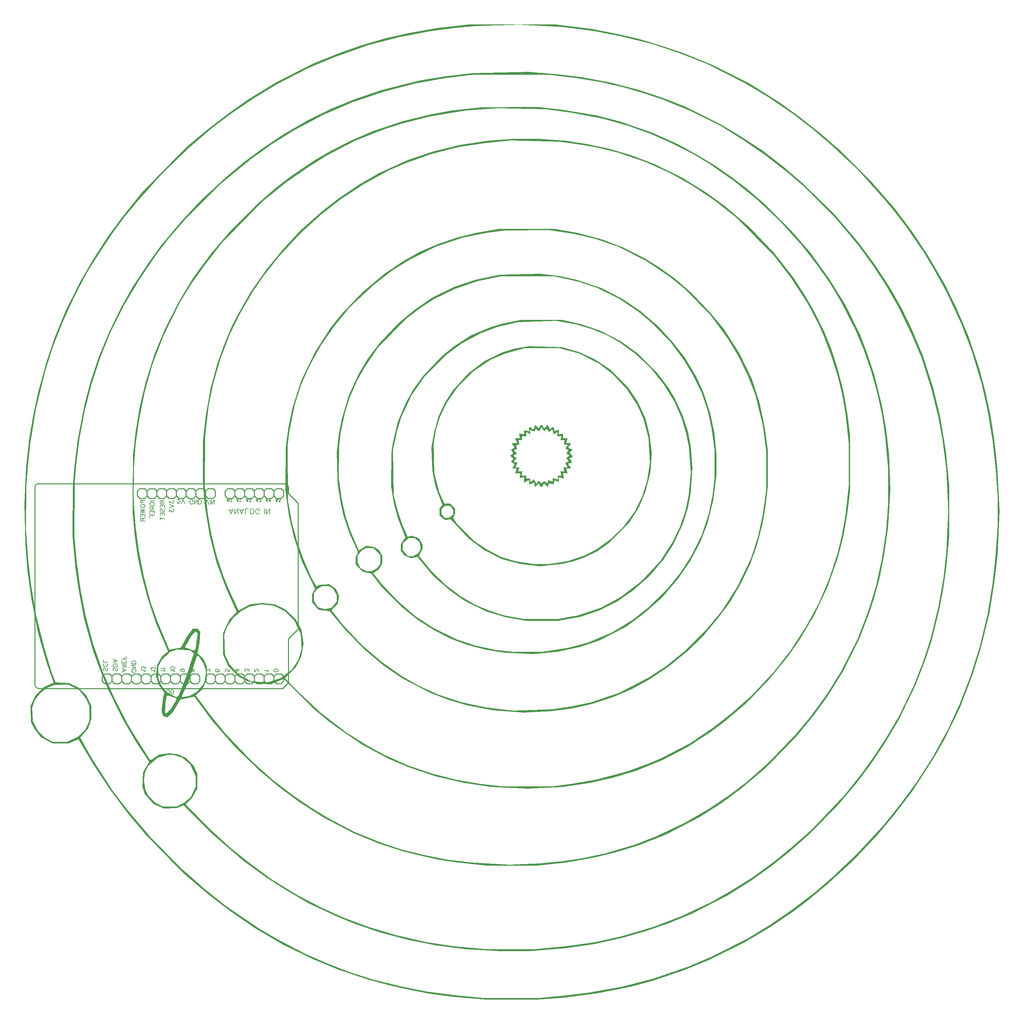
<source format=gbo>
G04 Layer: BottomSilkscreenLayer*
G04 EasyEDA v6.5.34, 2023-10-02 14:14:04*
G04 f8cec7c47a1a460abc9a27ceab174a81,9d3d63f08f7d425b882531a970cedf0e,10*
G04 Gerber Generator version 0.2*
G04 Scale: 100 percent, Rotated: No, Reflected: No *
G04 Dimensions in inches *
G04 leading zeros omitted , absolute positions ,3 integer and 6 decimal *
%FSLAX36Y36*%
%MOIN*%

%ADD10C,0.0060*%
%ADD11C,0.0100*%
%ADD12C,0.0100*%

%LPD*%
G36*
X4965700Y9138840D02*
G01*
X4642120Y9101040D01*
X4354340Y9051680D01*
X4116300Y8997700D01*
X3871380Y8927760D01*
X3651139Y8852320D01*
X3368020Y8739320D01*
X2983759Y8546840D01*
X2690500Y8366000D01*
X2498380Y8230420D01*
X2265800Y8050160D01*
X2063560Y7878640D01*
X1606980Y7412740D01*
X1415160Y7175019D01*
X1262840Y6968300D01*
X1113860Y6740920D01*
X975460Y6503200D01*
X826900Y6203440D01*
X716200Y5934260D01*
X621220Y5655640D01*
X543980Y5376580D01*
X491320Y5128520D01*
X452160Y4890780D01*
X417939Y4591040D01*
X402060Y4218960D01*
X407881Y3957040D01*
X420340Y3957040D01*
X423220Y4394660D01*
X439000Y4611720D01*
X462480Y4839100D01*
X521540Y5200860D01*
X614100Y5583300D01*
X693400Y5825940D01*
X792620Y6079420D01*
X903760Y6329820D01*
X1039659Y6584500D01*
X1120600Y6720240D01*
X1292600Y6978640D01*
X1429740Y7164680D01*
X1564180Y7330060D01*
X1810760Y7606540D01*
X2091980Y7875040D01*
X2326460Y8074340D01*
X2518600Y8221480D01*
X2761280Y8386360D01*
X2991620Y8525400D01*
X3307340Y8687360D01*
X3578159Y8803500D01*
X3924180Y8924400D01*
X4247760Y9008440D01*
X4561220Y9070200D01*
X4814040Y9102360D01*
X5036500Y9123460D01*
X5481440Y9136380D01*
X5916260Y9111800D01*
X6232840Y9071780D01*
X6512859Y9019360D01*
X6836600Y8938060D01*
X7099360Y8852460D01*
X7404000Y8730640D01*
X7786980Y8537500D01*
X8032800Y8391220D01*
X8282460Y8220599D01*
X8484700Y8065140D01*
X8676840Y7901960D01*
X8956100Y7640580D01*
X9225460Y7340400D01*
X9335200Y7206040D01*
X9447000Y7061319D01*
X9623660Y6803840D01*
X9736800Y6616880D01*
X9863560Y6385359D01*
X10009280Y6069080D01*
X10119120Y5781220D01*
X10217160Y5448900D01*
X10278540Y5180200D01*
X10329040Y4880460D01*
X10360180Y4611720D01*
X10380700Y4294820D01*
X10380700Y3999940D01*
X10359940Y3671160D01*
X10329300Y3402420D01*
X10278360Y3092340D01*
X10198780Y2758680D01*
X10105680Y2461840D01*
X9987960Y2162100D01*
X9874180Y1916900D01*
X9720420Y1634980D01*
X9548900Y1366240D01*
X9383160Y1138840D01*
X9216980Y932140D01*
X8949860Y642720D01*
X8686940Y390959D01*
X8492060Y227079D01*
X8262240Y51940D01*
X8049880Y-92860D01*
X7817300Y-233800D01*
X7463400Y-415040D01*
X7214220Y-521580D01*
X6856660Y-643379D01*
X6534440Y-726720D01*
X6199380Y-788319D01*
X5956680Y-819260D01*
X5683680Y-844100D01*
X5107280Y-843940D01*
X4834260Y-818900D01*
X4521620Y-777600D01*
X4257880Y-725380D01*
X3974720Y-653199D01*
X3742160Y-579560D01*
X3502320Y-488579D01*
X3287120Y-393180D01*
X3024200Y-259120D01*
X2811860Y-135120D01*
X2468040Y98840D01*
X2252660Y270820D01*
X1997880Y493960D01*
X1692040Y808100D01*
X1464780Y1076840D01*
X1309800Y1280240D01*
X1091640Y1614300D01*
X974539Y1825900D01*
X1055880Y1920360D01*
X1087740Y2015920D01*
X1087560Y2151780D01*
X1039860Y2255120D01*
X961360Y2335480D01*
X857520Y2384740D01*
X720840Y2391800D01*
X682640Y2492860D01*
X601080Y2761580D01*
X522660Y3082000D01*
X471320Y3381740D01*
X441380Y3640140D01*
X420340Y3957040D01*
X407881Y3957040D01*
X411019Y3815860D01*
X431719Y3547120D01*
X470720Y3259600D01*
X542940Y2897720D01*
X631500Y2585140D01*
X701220Y2388300D01*
X599520Y2340620D01*
X515360Y2254580D01*
X466140Y2151780D01*
X466295Y2131100D01*
X480680Y2131100D01*
X508980Y2208660D01*
X562520Y2280380D01*
X628740Y2332020D01*
X708560Y2366600D01*
X850699Y2368320D01*
X966180Y2310560D01*
X1036760Y2222520D01*
X1067520Y2147260D01*
X1067080Y1996740D01*
X1029400Y1911960D01*
X952980Y1833839D01*
X841760Y1781800D01*
X695460Y1783340D01*
X613040Y1826320D01*
X540400Y1891519D01*
X488160Y1996740D01*
X480680Y2131100D01*
X466295Y2131100D01*
X467360Y1986399D01*
X503760Y1914040D01*
X572140Y1827740D01*
X696620Y1764180D01*
X856480Y1764180D01*
X956900Y1808340D01*
X963139Y1800340D01*
X1101100Y1562620D01*
X1277040Y1293899D01*
X1465260Y1045819D01*
X1637660Y839100D01*
X2033220Y434780D01*
X2295560Y212420D01*
X2518600Y40820D01*
X2764300Y-126500D01*
X3054000Y-296380D01*
X3357900Y-445160D01*
X3614580Y-551060D01*
X3914060Y-652220D01*
X4146640Y-715620D01*
X4338780Y-759180D01*
X4561220Y-800320D01*
X4783700Y-830480D01*
X5136840Y-861160D01*
X5663440Y-861100D01*
X5936460Y-840340D01*
X6270160Y-797720D01*
X6624080Y-726340D01*
X6856660Y-663360D01*
X7170140Y-558860D01*
X7422940Y-456160D01*
X7786980Y-275940D01*
X8039760Y-123800D01*
X8280780Y39820D01*
X8434140Y155360D01*
X8636380Y322020D01*
X8899300Y562540D01*
X9141980Y818900D01*
X9316100Y1025160D01*
X9513100Y1283560D01*
X9740240Y1634980D01*
X9832140Y1800340D01*
X9994360Y2131720D01*
X10126040Y2472180D01*
X10209940Y2740920D01*
X10298640Y3106280D01*
X10349840Y3423080D01*
X10380460Y3702160D01*
X10402080Y4153560D01*
X10380239Y4591040D01*
X10350340Y4870120D01*
X10308200Y5128520D01*
X10259360Y5360760D01*
X10198000Y5593640D01*
X10084440Y5934720D01*
X9956680Y6239840D01*
X9835080Y6483620D01*
X9666280Y6773200D01*
X9501920Y7019980D01*
X9328520Y7247380D01*
X9076980Y7538420D01*
X8777840Y7836520D01*
X8575700Y8013740D01*
X8353240Y8189660D01*
X8145640Y8338960D01*
X7830740Y8533980D01*
X7453280Y8726500D01*
X7139800Y8852600D01*
X6950340Y8917060D01*
X6706720Y8989420D01*
X6492619Y9039700D01*
X6218099Y9091420D01*
X5845460Y9138140D01*
G37*
G36*
X5572440Y8650660D02*
G01*
X4996040Y8638680D01*
X4712920Y8605660D01*
X4470220Y8563960D01*
X4288200Y8523420D01*
X4055640Y8462260D01*
X3792720Y8371580D01*
X3552960Y8274220D01*
X3307340Y8155400D01*
X3064660Y8014520D01*
X2832080Y7860119D01*
X2650059Y7723140D01*
X2488280Y7589160D01*
X2201360Y7324059D01*
X2004920Y7113000D01*
X1799379Y6864940D01*
X1677620Y6699580D01*
X1515460Y6451500D01*
X1399600Y6246360D01*
X1270960Y5983940D01*
X1170080Y5738339D01*
X1080240Y5469600D01*
X1017520Y5242200D01*
X947280Y4880460D01*
X914640Y4611720D01*
X898500Y4394660D01*
X895720Y3908880D01*
X896961Y3894500D01*
X915840Y3894500D01*
X918640Y4446340D01*
X935180Y4642720D01*
X968080Y4901120D01*
X1018000Y5169860D01*
X1087700Y5441040D01*
X1175740Y5707320D01*
X1283460Y5974320D01*
X1422740Y6255119D01*
X1573899Y6513520D01*
X1760200Y6784360D01*
X1880360Y6937300D01*
X2066040Y7154360D01*
X2417600Y7505780D01*
X2720840Y7754360D01*
X2943320Y7911200D01*
X3165779Y8051280D01*
X3469120Y8212859D01*
X3762380Y8339700D01*
X4085960Y8450260D01*
X4409540Y8533400D01*
X4702800Y8585220D01*
X4996040Y8621900D01*
X5784800Y8622060D01*
X6078040Y8585320D01*
X6320740Y8544080D01*
X6553300Y8491740D01*
X6765640Y8429760D01*
X6927440Y8376340D01*
X7230820Y8253520D01*
X7534200Y8100960D01*
X7776860Y7953740D01*
X7989220Y7806940D01*
X8221799Y7626580D01*
X8403800Y7468620D01*
X8725460Y7144020D01*
X8950920Y6875280D01*
X9103060Y6668560D01*
X9229700Y6475480D01*
X9361720Y6244800D01*
X9499820Y5963160D01*
X9600740Y5717660D01*
X9703600Y5402519D01*
X9772620Y5118180D01*
X9815340Y4884900D01*
X9854260Y4579300D01*
X9876420Y4153540D01*
X9854840Y3722260D01*
X9824540Y3454100D01*
X9771960Y3154360D01*
X9694520Y2844280D01*
X9620400Y2616880D01*
X9520380Y2358480D01*
X9370760Y2048400D01*
X9232040Y1810680D01*
X9103140Y1614300D01*
X8981320Y1448920D01*
X8808280Y1231880D01*
X8474580Y883420D01*
X8278640Y707680D01*
X8092279Y555580D01*
X7867880Y392980D01*
X7655520Y257780D01*
X7446860Y138760D01*
X7141940Y-4620D01*
X6856660Y-114880D01*
X6530000Y-210260D01*
X6240520Y-272980D01*
X5976920Y-312540D01*
X5630500Y-344360D01*
X5147740Y-344260D01*
X4807120Y-313540D01*
X4520780Y-271180D01*
X4204440Y-199400D01*
X3924180Y-115640D01*
X3651139Y-11140D01*
X3448900Y81480D01*
X3216320Y202600D01*
X2943320Y370300D01*
X2710740Y537860D01*
X2519940Y692660D01*
X2286020Y904580D01*
X2055380Y1142380D01*
X2126460Y1211200D01*
X2174120Y1304220D01*
X2174800Y1459259D01*
X2135020Y1541260D01*
X2062880Y1614980D01*
X1986860Y1651860D01*
X1891660Y1666600D01*
X1784580Y1652620D01*
X1705020Y1598800D01*
X1689400Y1599199D01*
X1534420Y1841699D01*
X1454440Y1977120D01*
X1321560Y2234460D01*
X1206680Y2503200D01*
X1106360Y2792600D01*
X1028660Y3082000D01*
X977360Y3340400D01*
X937159Y3629800D01*
X915840Y3894500D01*
X896961Y3894500D01*
X925620Y3562380D01*
X957300Y3340400D01*
X1016140Y3039340D01*
X1106760Y2719500D01*
X1176100Y2523860D01*
X1262160Y2317140D01*
X1411339Y2012480D01*
X1541680Y1790020D01*
X1682260Y1576040D01*
X1618880Y1471840D01*
X1614681Y1386920D01*
X1628140Y1386920D01*
X1640100Y1469600D01*
X1673560Y1534420D01*
X1768200Y1619560D01*
X1870060Y1650480D01*
X1923820Y1650480D01*
X2017480Y1621660D01*
X2101620Y1553560D01*
X2159620Y1428260D01*
X2159620Y1323779D01*
X2107480Y1216860D01*
X2045700Y1163700D01*
X1962440Y1119560D01*
X1820880Y1118680D01*
X1738899Y1163040D01*
X1672520Y1231880D01*
X1642380Y1290720D01*
X1628140Y1386920D01*
X1614681Y1386920D01*
X1611459Y1321459D01*
X1635140Y1248100D01*
X1724220Y1146820D01*
X1830980Y1099840D01*
X1963460Y1100680D01*
X2036780Y1131980D01*
X2338460Y827340D01*
X2651980Y560040D01*
X2882640Y391200D01*
X3074760Y268080D01*
X3313080Y128740D01*
X3610700Y-10800D01*
X3802840Y-88379D01*
X4045520Y-170200D01*
X4348880Y-250940D01*
X4620840Y-303260D01*
X4925280Y-343820D01*
X5286500Y-365020D01*
X5572440Y-364600D01*
X5946580Y-335080D01*
X6249940Y-291560D01*
X6533080Y-228860D01*
X6775780Y-159000D01*
X7008339Y-78220D01*
X7251040Y21060D01*
X7615060Y208980D01*
X7857760Y362860D01*
X8059980Y506520D01*
X8242020Y651720D01*
X8454360Y838620D01*
X8747620Y1138860D01*
X8931100Y1355900D01*
X9077520Y1548500D01*
X9225660Y1769340D01*
X9372580Y2016900D01*
X9541400Y2367800D01*
X9641280Y2627220D01*
X9704140Y2823600D01*
X9783240Y3133680D01*
X9823420Y3340400D01*
X9856140Y3567799D01*
X9885140Y3888200D01*
X9885220Y4404720D01*
X9853360Y4756420D01*
X9793460Y5118180D01*
X9722580Y5407580D01*
X9614120Y5740560D01*
X9500380Y6013800D01*
X9397320Y6224120D01*
X9275220Y6441180D01*
X9114880Y6686260D01*
X8951460Y6906300D01*
X8701020Y7200359D01*
X8373460Y7519340D01*
X8181340Y7682580D01*
X7974800Y7841860D01*
X7746520Y7993360D01*
X7533660Y8119940D01*
X7180240Y8294180D01*
X6947660Y8387039D01*
X6717760Y8462760D01*
X6411720Y8543680D01*
X6128600Y8595620D01*
X5885920Y8626600D01*
G37*
G36*
X5663440Y8291300D02*
G01*
X5087060Y8290040D01*
X4783700Y8253860D01*
X4551120Y8213560D01*
X4267980Y8142840D01*
X3987880Y8047900D01*
X3762380Y7952940D01*
X3539920Y7839100D01*
X3378120Y7745019D01*
X3135440Y7580740D01*
X2973639Y7455560D01*
X2791620Y7299200D01*
X2510960Y7019980D01*
X2318880Y6792600D01*
X2139840Y6548099D01*
X1983720Y6296480D01*
X1837520Y6007060D01*
X1736140Y5754180D01*
X1645320Y5469600D01*
X1584720Y5221540D01*
X1542580Y4963140D01*
X1514800Y4715080D01*
X1513014Y4269600D01*
X1522560Y4269600D01*
X1525460Y4591040D01*
X1541980Y4825960D01*
X1573980Y5066500D01*
X1634180Y5369580D01*
X1715400Y5653520D01*
X1828140Y5945060D01*
X1996720Y6286140D01*
X2126580Y6494340D01*
X2264180Y6689240D01*
X2426360Y6895960D01*
X2842200Y7322039D01*
X3094980Y7526440D01*
X3307340Y7673400D01*
X3492919Y7790320D01*
X3792720Y7943980D01*
X4096080Y8066720D01*
X4298320Y8130260D01*
X4549300Y8192780D01*
X4783700Y8233680D01*
X4925280Y8253980D01*
X5255520Y8278480D01*
X5744340Y8267340D01*
X6017360Y8233800D01*
X6330839Y8172900D01*
X6593760Y8099680D01*
X6826319Y8014640D01*
X7036960Y7922840D01*
X7253860Y7811640D01*
X7433060Y7704100D01*
X7675740Y7536880D01*
X7918420Y7338920D01*
X8156799Y7115839D01*
X8373460Y6874460D01*
X8526540Y6678900D01*
X8661940Y6485220D01*
X8776620Y6296480D01*
X8926120Y6001820D01*
X9003620Y5819180D01*
X9084780Y5583300D01*
X9146680Y5364400D01*
X9197380Y5124800D01*
X9229020Y4911460D01*
X9258020Y4580700D01*
X9258280Y4228260D01*
X9237120Y3950220D01*
X9196680Y3660820D01*
X9134700Y3381740D01*
X9056940Y3122140D01*
X8943800Y2833940D01*
X8776180Y2503200D01*
X8633120Y2271480D01*
X8463260Y2038080D01*
X8305920Y1852020D01*
X8029660Y1566060D01*
X7797080Y1363100D01*
X7625180Y1232980D01*
X7422300Y1095300D01*
X7169120Y948780D01*
X6887000Y815060D01*
X6664539Y729400D01*
X6361180Y639460D01*
X6108380Y586940D01*
X5896020Y555680D01*
X5683680Y535220D01*
X5380320Y522100D01*
X4974400Y544180D01*
X4733140Y576220D01*
X4510680Y618660D01*
X4269780Y680040D01*
X4075860Y743020D01*
X3792720Y857099D01*
X3517440Y998020D01*
X3327559Y1115020D01*
X3145560Y1240980D01*
X2953420Y1389400D01*
X2730960Y1585820D01*
X2457560Y1872700D01*
X2314300Y2048400D01*
X2158720Y2260120D01*
X2228280Y2322560D01*
X2272640Y2418980D01*
X2272640Y2557540D01*
X2238260Y2627220D01*
X2177960Y2692200D01*
X2200160Y2802940D01*
X2204360Y2909220D01*
X2177380Y2942460D01*
X2129400Y2942460D01*
X2066500Y2854620D01*
X2009519Y2752400D01*
X2048360Y2752400D01*
X2120340Y2875280D01*
X2159400Y2915820D01*
X2180280Y2894500D01*
X2157620Y2738800D01*
X2143500Y2715480D01*
X2048360Y2752400D01*
X2009519Y2752400D01*
X2007480Y2748740D01*
X1932100Y2736820D01*
X1890060Y2723920D01*
X1766100Y3019980D01*
X1696540Y3216680D01*
X1624180Y3485100D01*
X1574440Y3743560D01*
X1543580Y3991560D01*
X1522560Y4269600D01*
X1513014Y4269600D01*
X1512480Y4136259D01*
X1533320Y3908880D01*
X1563480Y3691820D01*
X1605640Y3485100D01*
X1665020Y3257720D01*
X1746220Y3012520D01*
X1875480Y2707860D01*
X1816680Y2663440D01*
X1763340Y2570380D01*
X1752600Y2449360D01*
X1757064Y2435340D01*
X1775380Y2435340D01*
X1776260Y2554880D01*
X1815240Y2630280D01*
X1899660Y2704140D01*
X1969340Y2727640D01*
X2109000Y2719580D01*
X2140340Y2687520D01*
X2066360Y2461840D01*
X1985460Y2260920D01*
X1960740Y2239940D01*
X1857920Y2292320D01*
X1804660Y2363660D01*
X1775380Y2435340D01*
X1757064Y2435340D01*
X1778240Y2368820D01*
X1838020Y2283000D01*
X1826360Y2244800D01*
X1807300Y2105820D01*
X1815551Y2074259D01*
X1846140Y2074259D01*
X1848820Y2182780D01*
X1861320Y2255120D01*
X1881540Y2254780D01*
X1930422Y2237320D01*
X2018060Y2237320D01*
X2019540Y2255120D01*
X2078240Y2385360D01*
X2172420Y2663399D01*
X2189700Y2663399D01*
X2237140Y2585880D01*
X2260740Y2515620D01*
X2260640Y2451520D01*
X2240600Y2377800D01*
X2167560Y2290600D01*
X2092960Y2251680D01*
X2018060Y2237320D01*
X1930422Y2237320D01*
X1957380Y2227680D01*
X1957380Y2208200D01*
X1904319Y2120760D01*
X1862840Y2074259D01*
X1815551Y2074259D01*
X1821800Y2050420D01*
X1865820Y2033779D01*
X1921980Y2082540D01*
X2000500Y2214740D01*
X2124220Y2240800D01*
X2145780Y2244800D01*
X2329620Y1996740D01*
X2561320Y1728000D01*
X2811860Y1488740D01*
X3003980Y1324540D01*
X3216320Y1167220D01*
X3466120Y1007660D01*
X3777040Y846100D01*
X4040360Y740100D01*
X4288200Y659560D01*
X4450000Y617920D01*
X4642120Y575980D01*
X4840240Y543820D01*
X5147740Y513579D01*
X5655560Y513519D01*
X5963940Y545140D01*
X6260060Y597200D01*
X6462300Y649060D01*
X6704980Y722520D01*
X6981500Y832520D01*
X7321820Y1008340D01*
X7547960Y1153260D01*
X7754440Y1304220D01*
X8009440Y1519240D01*
X8323600Y1841699D01*
X8491580Y2048400D01*
X8634980Y2243820D01*
X8796580Y2503200D01*
X8961720Y2833940D01*
X9064840Y3102679D01*
X9117660Y3268039D01*
X9167740Y3449580D01*
X9216620Y3681480D01*
X9257520Y3981220D01*
X9280880Y4363660D01*
X9267180Y4725420D01*
X9237960Y4983820D01*
X9196860Y5231880D01*
X9115960Y5551160D01*
X9038420Y5779680D01*
X8970980Y5955380D01*
X8818400Y6265460D01*
X8656620Y6530340D01*
X8457040Y6802220D01*
X8279120Y7009660D01*
X7999320Y7290940D01*
X7807200Y7454539D01*
X7645400Y7579700D01*
X7491360Y7685420D01*
X7305920Y7800359D01*
X7099360Y7912780D01*
X6838220Y8028900D01*
X6512859Y8140820D01*
X6270160Y8204420D01*
X5926360Y8263780D01*
G37*
G36*
X5419740Y7965720D02*
G01*
X5147740Y7944640D01*
X4864580Y7902480D01*
X4581460Y7832780D01*
X4328640Y7746280D01*
X4040680Y7616600D01*
X3839600Y7500240D01*
X3620820Y7352859D01*
X3459020Y7227120D01*
X3226440Y7017420D01*
X3044220Y6823600D01*
X2881300Y6623220D01*
X2719260Y6389500D01*
X2617840Y6213780D01*
X2536260Y6058740D01*
X2445120Y5841700D01*
X2382220Y5665980D01*
X2310560Y5408440D01*
X2260740Y5128520D01*
X2232660Y4859780D01*
X2230420Y4462980D01*
X2235177Y4405000D01*
X2250820Y4405000D01*
X2253860Y4901120D01*
X2260900Y4973480D01*
X2292540Y5231880D01*
X2343000Y5469600D01*
X2414040Y5717660D01*
X2516400Y5976060D01*
X2617340Y6182780D01*
X2738860Y6389500D01*
X2852160Y6554880D01*
X3010460Y6758060D01*
X3236560Y6997240D01*
X3448140Y7193099D01*
X3645340Y7345740D01*
X3877380Y7500380D01*
X4146640Y7644120D01*
X4318540Y7719320D01*
X4581460Y7811920D01*
X4859700Y7882080D01*
X5127519Y7923360D01*
X5388220Y7947940D01*
X5896020Y7935780D01*
X6128600Y7903140D01*
X6280280Y7874040D01*
X6496280Y7821799D01*
X6767080Y7729320D01*
X7028579Y7613339D01*
X7251040Y7487080D01*
X7473500Y7338640D01*
X7706079Y7154500D01*
X8092039Y6761580D01*
X8260300Y6544539D01*
X8427140Y6286140D01*
X8541040Y6072140D01*
X8602780Y5934720D01*
X8680140Y5733760D01*
X8741200Y5531620D01*
X8784460Y5356980D01*
X8822700Y5144200D01*
X8856220Y4839100D01*
X8855160Y4415340D01*
X8822820Y4108100D01*
X8781720Y3888200D01*
X8741000Y3722820D01*
X8659040Y3464440D01*
X8549120Y3206040D01*
X8426320Y2978639D01*
X8258600Y2720240D01*
X8087960Y2503200D01*
X7860920Y2260380D01*
X7645400Y2067380D01*
X7463400Y1925720D01*
X7226079Y1766780D01*
X6927440Y1611060D01*
X6796000Y1556020D01*
X6573540Y1473959D01*
X6270160Y1393920D01*
X6017360Y1350940D01*
X5815119Y1326759D01*
X5299400Y1326040D01*
X5068800Y1351620D01*
X4834260Y1392600D01*
X4585780Y1455060D01*
X4338780Y1539400D01*
X4085960Y1651840D01*
X3914060Y1747000D01*
X3701720Y1880380D01*
X3438800Y2082580D01*
X3186000Y2319900D01*
X3076540Y2434900D01*
X3190240Y2551120D01*
X3242140Y2659540D01*
X3265700Y2789000D01*
X3241120Y2935419D01*
X3186860Y3037340D01*
X3079760Y3137380D01*
X2968060Y3191400D01*
X2842200Y3206400D01*
X2713780Y3191560D01*
X2597480Y3129700D01*
X2494400Y3350740D01*
X2444720Y3474760D01*
X2373100Y3693820D01*
X2322660Y3898540D01*
X2280880Y4125920D01*
X2250820Y4405000D01*
X2235177Y4405000D01*
X2252160Y4198280D01*
X2301400Y3898700D01*
X2373280Y3619480D01*
X2471880Y3350740D01*
X2579580Y3116340D01*
X2502600Y3031120D01*
X2437700Y2896400D01*
X2437700Y2885620D01*
X2453400Y2885620D01*
X2482060Y2962880D01*
X2543960Y3054860D01*
X2629840Y3126019D01*
X2710740Y3167460D01*
X2829940Y3192620D01*
X2956240Y3178800D01*
X3074760Y3121440D01*
X3171580Y3020980D01*
X3234580Y2890160D01*
X3244040Y2739280D01*
X3212080Y2626820D01*
X3147040Y2526480D01*
X3036220Y2437560D01*
X2896980Y2391800D01*
X2728140Y2402580D01*
X2603500Y2470480D01*
X2506440Y2579000D01*
X2458560Y2678900D01*
X2453400Y2885620D01*
X2437700Y2885620D01*
X2437700Y2678900D01*
X2492380Y2559660D01*
X2601019Y2448600D01*
X2685480Y2404560D01*
X2811860Y2371440D01*
X2955659Y2382520D01*
X3060779Y2428740D01*
X3357900Y2129920D01*
X3519700Y1995800D01*
X3661259Y1890620D01*
X3863500Y1755880D01*
X4136540Y1610280D01*
X4358760Y1515320D01*
X4632020Y1425460D01*
X4905040Y1362020D01*
X5190780Y1319640D01*
X5562320Y1302380D01*
X5917519Y1318700D01*
X6209480Y1361960D01*
X6442080Y1414820D01*
X6674660Y1486519D01*
X6937560Y1592040D01*
X7200460Y1729079D01*
X7443160Y1886579D01*
X7587940Y1996740D01*
X7807200Y2182020D01*
X8040060Y2420500D01*
X8233360Y2658240D01*
X8356620Y2833940D01*
X8503680Y3082000D01*
X8639300Y3371400D01*
X8741840Y3664220D01*
X8801520Y3899200D01*
X8842800Y4136259D01*
X8868960Y4353320D01*
X8868960Y4921800D01*
X8842140Y5138840D01*
X8803200Y5369340D01*
X8743260Y5603960D01*
X8674580Y5810680D01*
X8600680Y5992560D01*
X8502040Y6193120D01*
X8407920Y6355540D01*
X8284160Y6544539D01*
X8090500Y6792600D01*
X7837519Y7058900D01*
X7585560Y7274360D01*
X7392600Y7416020D01*
X7149920Y7566440D01*
X6866780Y7706079D01*
X6617680Y7799539D01*
X6401620Y7861559D01*
X6169040Y7913380D01*
X5956680Y7944200D01*
X5673540Y7965640D01*
G37*
G36*
X5269080Y7040660D02*
G01*
X5038500Y7003320D01*
X4834260Y6953579D01*
X4632020Y6882740D01*
X4462660Y6807800D01*
X4288200Y6710839D01*
X4095100Y6583020D01*
X3873600Y6396720D01*
X3658940Y6172440D01*
X3541040Y6027900D01*
X3381360Y5779680D01*
X3242700Y5490280D01*
X3152760Y5211200D01*
X3109340Y5003800D01*
X3086031Y4828780D01*
X3101680Y4828780D01*
X3119040Y4957980D01*
X3172520Y5229020D01*
X3243320Y5447600D01*
X3324880Y5634980D01*
X3444580Y5852020D01*
X3574660Y6038080D01*
X3742160Y6242300D01*
X3984840Y6470160D01*
X4180020Y6619420D01*
X4350820Y6724880D01*
X4618020Y6857820D01*
X4894940Y6951360D01*
X5147740Y7003620D01*
X5329760Y7026620D01*
X5784800Y7027540D01*
X6027480Y6993220D01*
X6247900Y6942400D01*
X6492619Y6858980D01*
X6775780Y6716940D01*
X7018460Y6553380D01*
X7180240Y6420839D01*
X7443160Y6151500D01*
X7623339Y5906700D01*
X7723000Y5738339D01*
X7819660Y5541960D01*
X7895920Y5346260D01*
X7972220Y5035500D01*
X8007600Y4766760D01*
X8008000Y4363660D01*
X7973200Y4105260D01*
X7924260Y3888200D01*
X7851120Y3660820D01*
X7712700Y3371400D01*
X7551480Y3123340D01*
X7390240Y2926960D01*
X7168020Y2707720D01*
X6978020Y2556880D01*
X6806100Y2442300D01*
X6502740Y2284480D01*
X6219620Y2190000D01*
X6027480Y2147960D01*
X5815119Y2114640D01*
X5410640Y2102720D01*
X5130460Y2136180D01*
X4880380Y2187940D01*
X4642120Y2268100D01*
X4450000Y2356500D01*
X4267980Y2459340D01*
X4065740Y2600720D01*
X3863500Y2774220D01*
X3669200Y2981259D01*
X3555100Y3125640D01*
X3555100Y3137260D01*
X3614260Y3197760D01*
X3628279Y3274100D01*
X3599880Y3350400D01*
X3529800Y3398780D01*
X3428680Y3390720D01*
X3395700Y3375320D01*
X3342360Y3472900D01*
X3260659Y3658340D01*
X3201259Y3824700D01*
X3150360Y4020160D01*
X3106980Y4249960D01*
X3101680Y4828780D01*
X3086031Y4828780D01*
X3081900Y4797760D01*
X3079820Y4359540D01*
X3111080Y4115600D01*
X3160480Y3891660D01*
X3244000Y3634940D01*
X3381500Y3351540D01*
X3352840Y3294920D01*
X3352840Y3226700D01*
X3373140Y3226700D01*
X3373519Y3309400D01*
X3408460Y3353480D01*
X3458440Y3379760D01*
X3524940Y3377200D01*
X3566280Y3354580D01*
X3605560Y3288720D01*
X3605640Y3223120D01*
X3553780Y3160120D01*
X3484300Y3140520D01*
X3412460Y3160800D01*
X3373140Y3226700D01*
X3352840Y3226700D01*
X3352840Y3210899D01*
X3419480Y3136560D01*
X3531400Y3123340D01*
X3684520Y2937300D01*
X3884180Y2730580D01*
X4091180Y2560460D01*
X4278100Y2431780D01*
X4561220Y2284780D01*
X4763460Y2209640D01*
X4945500Y2156100D01*
X5208960Y2106360D01*
X5521880Y2082420D01*
X5794900Y2096300D01*
X6026680Y2126800D01*
X6214980Y2168500D01*
X6442080Y2241700D01*
X6634200Y2324240D01*
X6806100Y2418540D01*
X7004160Y2551260D01*
X7200460Y2711620D01*
X7357080Y2861700D01*
X7515280Y3051000D01*
X7637160Y3216360D01*
X7753200Y3412760D01*
X7841860Y3598800D01*
X7914180Y3803620D01*
X7972740Y4022559D01*
X8003400Y4198280D01*
X8024600Y4399020D01*
X8024600Y4770860D01*
X7993500Y5014820D01*
X7941840Y5252540D01*
X7861319Y5500599D01*
X7732840Y5769380D01*
X7571580Y6017400D01*
X7436960Y6182780D01*
X7240920Y6387060D01*
X7069020Y6534360D01*
X6907240Y6650460D01*
X6765640Y6739040D01*
X6546319Y6850280D01*
X6330839Y6933560D01*
X6067200Y7003120D01*
X5835340Y7040660D01*
G37*
G36*
X5687120Y6583460D02*
G01*
X5279180Y6572480D01*
X5022200Y6518800D01*
X4803920Y6443840D01*
X4580740Y6334700D01*
X4399440Y6210040D01*
X4237660Y6076680D01*
X4044800Y5872700D01*
X3922940Y5707320D01*
X3828840Y5551740D01*
X3729040Y5335240D01*
X3657280Y5097500D01*
X3625920Y4932140D01*
X3606860Y4756420D01*
X3613322Y4493560D01*
X3625880Y4493560D01*
X3628500Y4797760D01*
X3645659Y4952800D01*
X3687760Y5155720D01*
X3739840Y5314560D01*
X3815160Y5490280D01*
X3893840Y5629680D01*
X4024760Y5821020D01*
X4318540Y6122880D01*
X4470220Y6234840D01*
X4601680Y6321240D01*
X4814040Y6424280D01*
X5046620Y6505460D01*
X5289299Y6554740D01*
X5835340Y6554760D01*
X6091180Y6498320D01*
X6280280Y6434200D01*
X6502740Y6324500D01*
X6694880Y6195320D01*
X6846540Y6069380D01*
X7032960Y5876840D01*
X7172560Y5686660D01*
X7255960Y5546980D01*
X7344180Y5366240D01*
X7407600Y5177360D01*
X7449520Y4996960D01*
X7478160Y4777100D01*
X7478540Y4487140D01*
X7457340Y4311980D01*
X7418280Y4119440D01*
X7348420Y3906019D01*
X7243300Y3691820D01*
X7131040Y3517520D01*
X6986100Y3340400D01*
X6796000Y3154180D01*
X6638420Y3033680D01*
X6424539Y2902380D01*
X6177740Y2798660D01*
X5976920Y2744840D01*
X5714000Y2704840D01*
X5410640Y2704920D01*
X5228640Y2726139D01*
X5028820Y2767700D01*
X4834260Y2830980D01*
X4591580Y2950539D01*
X4409540Y3073120D01*
X4227540Y3228680D01*
X4065120Y3402420D01*
X3979020Y3513800D01*
X4039480Y3551380D01*
X4070800Y3613279D01*
X4070800Y3687679D01*
X4041500Y3745600D01*
X3991320Y3779200D01*
X3909800Y3792520D01*
X3837060Y3748660D01*
X3830299Y3748660D01*
X3745860Y3945480D01*
X3695700Y4094920D01*
X3657620Y4260300D01*
X3625880Y4493560D01*
X3613322Y4493560D01*
X3615240Y4415340D01*
X3644520Y4229300D01*
X3675860Y4094920D01*
X3734360Y3918420D01*
X3821100Y3727660D01*
X3797780Y3675340D01*
X3797780Y3623620D01*
X3818000Y3623620D01*
X3818100Y3691820D01*
X3863500Y3746720D01*
X3907679Y3769340D01*
X3981800Y3769340D01*
X4050560Y3699060D01*
X4050560Y3608560D01*
X4019000Y3562500D01*
X3960560Y3531620D01*
X3908000Y3531620D01*
X3848680Y3562980D01*
X3818000Y3623620D01*
X3797780Y3623620D01*
X3797780Y3601540D01*
X3873680Y3523960D01*
X3957740Y3509440D01*
X4055600Y3381740D01*
X4261900Y3171800D01*
X4432800Y3035380D01*
X4605420Y2924640D01*
X4774840Y2840020D01*
X4945500Y2775700D01*
X5137619Y2724660D01*
X5329760Y2694260D01*
X5623000Y2681300D01*
X5868980Y2705779D01*
X6098260Y2754720D01*
X6290380Y2819340D01*
X6573540Y2962919D01*
X6753460Y3095520D01*
X6941360Y3262120D01*
X7106100Y3454100D01*
X7233620Y3640140D01*
X7335940Y3836520D01*
X7408240Y4028200D01*
X7466580Y4260300D01*
X7498780Y4515420D01*
X7498780Y4728380D01*
X7477600Y4942460D01*
X7436960Y5149180D01*
X7366860Y5364220D01*
X7289920Y5531620D01*
X7173360Y5723819D01*
X7050320Y5883040D01*
X6897120Y6046079D01*
X6715100Y6202000D01*
X6533080Y6324500D01*
X6317380Y6435300D01*
X6070320Y6519720D01*
X5885920Y6558200D01*
G37*
G36*
X5491540Y6109260D02*
G01*
X5309920Y6072100D01*
X5178060Y6031700D01*
X4979500Y5947360D01*
X4806760Y5836500D01*
X4682560Y5735040D01*
X4488420Y5531620D01*
X4392420Y5397400D01*
X4315640Y5262880D01*
X4233660Y5066500D01*
X4181760Y4859780D01*
X4170101Y4777100D01*
X4182679Y4777100D01*
X4220880Y4963140D01*
X4264700Y5107840D01*
X4372060Y5335240D01*
X4500540Y5521280D01*
X4723860Y5748660D01*
X4887400Y5867760D01*
X5081100Y5972000D01*
X5248860Y6034880D01*
X5461200Y6086460D01*
X5855560Y6097320D01*
X6061079Y6063780D01*
X6229720Y6013520D01*
X6380380Y5949680D01*
X6504420Y5878780D01*
X6664539Y5761700D01*
X6814860Y5624640D01*
X6959920Y5446559D01*
X7070860Y5262880D01*
X7143060Y5097500D01*
X7186440Y4952800D01*
X7216460Y4808100D01*
X7235780Y4549820D01*
X7215359Y4322320D01*
X7182960Y4156940D01*
X7122300Y3981220D01*
X7045520Y3825080D01*
X6922519Y3637140D01*
X6726900Y3426860D01*
X6519600Y3268039D01*
X6318060Y3159300D01*
X6078040Y3078980D01*
X5875800Y3041840D01*
X5521880Y3041840D01*
X5319620Y3079000D01*
X5157840Y3130560D01*
X5023640Y3190240D01*
X4874700Y3276380D01*
X4729120Y3386280D01*
X4583200Y3526440D01*
X4447920Y3688260D01*
X4485380Y3763380D01*
X4485300Y3805520D01*
X4446500Y3870560D01*
X4372820Y3895419D01*
X4332200Y3884560D01*
X4276260Y4012240D01*
X4231540Y4144620D01*
X4189620Y4311980D01*
X4182679Y4777100D01*
X4170101Y4777100D01*
X4164260Y4735740D01*
X4161800Y4402540D01*
X4192820Y4218960D01*
X4234420Y4066240D01*
X4309480Y3877860D01*
X4262920Y3807620D01*
X4262920Y3750260D01*
X4283140Y3750260D01*
X4283140Y3819180D01*
X4345380Y3872700D01*
X4401760Y3872700D01*
X4454300Y3830460D01*
X4467020Y3761180D01*
X4444340Y3717880D01*
X4385280Y3686660D01*
X4335520Y3686660D01*
X4283140Y3750260D01*
X4262920Y3750260D01*
X4262920Y3742940D01*
X4295900Y3694800D01*
X4365120Y3665240D01*
X4431620Y3678000D01*
X4593260Y3485100D01*
X4769620Y3330600D01*
X4915160Y3228639D01*
X5137619Y3119900D01*
X5340460Y3058320D01*
X5552200Y3023380D01*
X5875800Y3023720D01*
X6109000Y3065380D01*
X6300500Y3130620D01*
X6480440Y3221660D01*
X6644299Y3334080D01*
X6811760Y3480980D01*
X6957660Y3657040D01*
X7055380Y3805520D01*
X7153040Y4012240D01*
X7203780Y4178220D01*
X7236280Y4338960D01*
X7252720Y4588280D01*
X7236040Y4808100D01*
X7204440Y4967180D01*
X7153200Y5128520D01*
X7073240Y5303760D01*
X7009480Y5407580D01*
X6884440Y5572960D01*
X6684440Y5769340D01*
X6518420Y5889880D01*
X6306880Y5999740D01*
X6118500Y6063700D01*
X5916260Y6109180D01*
G37*
G36*
X5575359Y5839440D02*
G01*
X5430880Y5814040D01*
X5300640Y5773980D01*
X5117380Y5684700D01*
X4955600Y5561079D01*
X4795380Y5386920D01*
X4716600Y5262880D01*
X4649300Y5118120D01*
X4603860Y4965240D01*
X4583614Y4839100D01*
X4597120Y4839100D01*
X4626800Y4999520D01*
X4668580Y5126220D01*
X4736340Y5262880D01*
X4841380Y5415000D01*
X5002480Y5578140D01*
X5184980Y5701020D01*
X5338380Y5766280D01*
X5531980Y5819460D01*
X5885920Y5818600D01*
X6088140Y5764640D01*
X6290380Y5662480D01*
X6431960Y5554000D01*
X6580200Y5397960D01*
X6688540Y5231500D01*
X6751799Y5087400D01*
X6802160Y4890780D01*
X6814080Y4640580D01*
X6788320Y4467020D01*
X6737960Y4301640D01*
X6660680Y4144340D01*
X6538579Y3978700D01*
X6414360Y3861160D01*
X6270160Y3757140D01*
X6153320Y3696400D01*
X5976360Y3635800D01*
X5784800Y3604060D01*
X5623000Y3604080D01*
X5430880Y3633860D01*
X5289299Y3678700D01*
X5147740Y3751060D01*
X5012360Y3842500D01*
X4832040Y4024020D01*
X4797440Y4078039D01*
X4819080Y4119400D01*
X4819080Y4173380D01*
X4769440Y4224120D01*
X4707600Y4224120D01*
X4655460Y4342980D01*
X4604740Y4539360D01*
X4597120Y4839100D01*
X4583614Y4839100D01*
X4576980Y4797760D01*
X4585280Y4560040D01*
X4618600Y4394660D01*
X4688020Y4210680D01*
X4657300Y4175980D01*
X4657300Y4117220D01*
X4677520Y4117220D01*
X4677520Y4169240D01*
X4714500Y4203440D01*
X4767380Y4203440D01*
X4798860Y4157500D01*
X4798860Y4111600D01*
X4753920Y4079420D01*
X4711000Y4079420D01*
X4677520Y4117220D01*
X4657300Y4117220D01*
X4657300Y4101600D01*
X4712080Y4057540D01*
X4775560Y4063120D01*
X4955600Y3869180D01*
X5115660Y3747480D01*
X5299400Y3656340D01*
X5491540Y3605000D01*
X5690119Y3583039D01*
X5911820Y3604420D01*
X6037600Y3634260D01*
X6150420Y3673980D01*
X6273720Y3736520D01*
X6401620Y3824360D01*
X6605280Y4032900D01*
X6706900Y4190059D01*
X6772780Y4351800D01*
X6821360Y4547560D01*
X6833780Y4746080D01*
X6810960Y4932140D01*
X6770960Y5093900D01*
X6691340Y5267580D01*
X6587260Y5421460D01*
X6401620Y5604360D01*
X6250060Y5705920D01*
X6088140Y5777760D01*
X5916260Y5827859D01*
G37*
G36*
X5768020Y5032040D02*
G01*
X5729580Y4996500D01*
X5716900Y5030320D01*
X5690900Y5030320D01*
X5678200Y4996500D01*
X5640000Y5031840D01*
X5626680Y4988980D01*
X5609020Y4988980D01*
X5596520Y5009660D01*
X5577480Y5009660D01*
X5577480Y4966060D01*
X5526940Y4979040D01*
X5526940Y4934900D01*
X5474480Y4945140D01*
X5483680Y4895960D01*
X5435920Y4895960D01*
X5435920Y4884260D01*
X5456860Y4844280D01*
X5405599Y4844280D01*
X5405599Y4827740D01*
X5429779Y4803000D01*
X5391180Y4774160D01*
X5415960Y4743660D01*
X5384840Y4717280D01*
X5386790Y4715080D01*
X5415420Y4715080D01*
X5450960Y4737920D01*
X5423540Y4771680D01*
X5456760Y4784720D01*
X5444640Y4823700D01*
X5478000Y4836800D01*
X5468140Y4875280D01*
X5506720Y4875280D01*
X5506720Y4916620D01*
X5547160Y4916620D01*
X5547160Y4958700D01*
X5587600Y4936580D01*
X5587600Y4980040D01*
X5630580Y4966100D01*
X5646720Y4992820D01*
X5680160Y4964480D01*
X5698520Y4994140D01*
X5698819Y5014260D01*
X5731000Y4967320D01*
X5760140Y4992040D01*
X5786760Y4954840D01*
X5801140Y4978640D01*
X5817820Y4978640D01*
X5828800Y4935760D01*
X5873700Y4960320D01*
X5862519Y4916620D01*
X5909299Y4916620D01*
X5898720Y4875280D01*
X5942880Y4875280D01*
X5930860Y4836500D01*
X5975200Y4824660D01*
X5947540Y4790600D01*
X5983099Y4770260D01*
X5957660Y4738920D01*
X5993500Y4718420D01*
X5957460Y4691480D01*
X5983099Y4659900D01*
X5949340Y4640580D01*
X5972560Y4596220D01*
X5929040Y4596220D01*
X5939620Y4554880D01*
X5898720Y4554880D01*
X5909299Y4513520D01*
X5870740Y4513520D01*
X5870740Y4471780D01*
X5820180Y4484760D01*
X5820180Y4451120D01*
X5769620Y4464080D01*
X5769620Y4430660D01*
X5730820Y4455440D01*
X5701520Y4430580D01*
X5675960Y4462080D01*
X5650940Y4427120D01*
X5626180Y4474400D01*
X5603780Y4451500D01*
X5587600Y4451500D01*
X5587600Y4482520D01*
X5547160Y4482520D01*
X5547160Y4513520D01*
X5498500Y4513520D01*
X5509080Y4554880D01*
X5464900Y4554880D01*
X5477740Y4596220D01*
X5435200Y4596220D01*
X5456140Y4636200D01*
X5456140Y4647900D01*
X5425820Y4647900D01*
X5425820Y4664440D01*
X5450000Y4689160D01*
X5415420Y4715080D01*
X5386790Y4715080D01*
X5415420Y4682760D01*
X5390420Y4656840D01*
X5427420Y4628920D01*
X5404880Y4585880D01*
X5448240Y4585880D01*
X5435540Y4534200D01*
X5486260Y4534200D01*
X5481440Y4487680D01*
X5526940Y4494160D01*
X5526940Y4440440D01*
X5566040Y4461840D01*
X5577480Y4461840D01*
X5577480Y4420500D01*
X5588940Y4420500D01*
X5625820Y4440680D01*
X5637300Y4395820D01*
X5678200Y4433660D01*
X5690900Y4399840D01*
X5716900Y4399840D01*
X5729580Y4433660D01*
X5769200Y4397020D01*
X5782480Y4432380D01*
X5827980Y4420700D01*
X5838180Y4460500D01*
X5880860Y4449100D01*
X5880860Y4495100D01*
X5933960Y4481460D01*
X5924120Y4534200D01*
X5972260Y4534200D01*
X5959560Y4585880D01*
X6002200Y4585880D01*
X6002200Y4605320D01*
X5981980Y4618100D01*
X5981980Y4637560D01*
X6012300Y4637560D01*
X6012300Y4667340D01*
X5989020Y4682060D01*
X6025860Y4709580D01*
X5992500Y4747240D01*
X6024680Y4780140D01*
X5981980Y4794000D01*
X5981980Y4812040D01*
X6002200Y4824820D01*
X6002200Y4844280D01*
X5959560Y4844280D01*
X5972260Y4895960D01*
X5924760Y4895960D01*
X5926360Y4942460D01*
X5880860Y4936000D01*
X5880860Y4981060D01*
X5838180Y4969640D01*
X5827920Y5009660D01*
X5814120Y5009660D01*
X5791720Y4986760D01*
G37*
D10*
X1860000Y2274580D02*
G01*
X1860000Y2305263D01*
X1862044Y2311399D01*
X1866135Y2315490D01*
X1872272Y2317534D01*
X1876364Y2317534D01*
X1882500Y2315490D01*
X1886590Y2311399D01*
X1888635Y2305263D01*
X1888635Y2274580D01*
X1914408Y2274580D02*
G01*
X1908272Y2276626D01*
X1904182Y2282763D01*
X1902136Y2292990D01*
X1902136Y2299126D01*
X1904182Y2309353D01*
X1908272Y2315490D01*
X1914408Y2317534D01*
X1918500Y2317534D01*
X1924636Y2315490D01*
X1928726Y2309353D01*
X1930772Y2299126D01*
X1930772Y2292990D01*
X1928726Y2282763D01*
X1924636Y2276626D01*
X1918500Y2274580D01*
X1914408Y2274580D01*
X1995100Y4224890D02*
G01*
X1974200Y4224890D01*
X1972100Y4243690D01*
X1974200Y4241590D01*
X1980500Y4239490D01*
X1986700Y4239490D01*
X1993000Y4241590D01*
X1997200Y4245790D01*
X1999300Y4252089D01*
X1999300Y4256289D01*
X1997200Y4262489D01*
X1993000Y4266689D01*
X1986700Y4268789D01*
X1980500Y4268789D01*
X1974200Y4266689D01*
X1972100Y4264589D01*
X1970000Y4260490D01*
X2013100Y4224890D02*
G01*
X2029799Y4268789D01*
X2046499Y4224890D02*
G01*
X2029799Y4268789D01*
X2488900Y4243589D02*
G01*
X2478000Y4272289D01*
X2488900Y4243589D02*
G01*
X2499799Y4272289D01*
X2482100Y4262689D02*
G01*
X2495699Y4262689D01*
X2516999Y4243589D02*
G01*
X2512899Y4244989D01*
X2510200Y4249090D01*
X2508800Y4255889D01*
X2508800Y4259989D01*
X2510200Y4266790D01*
X2512899Y4270889D01*
X2516999Y4272289D01*
X2519700Y4272289D01*
X2523800Y4270889D01*
X2526499Y4266790D01*
X2527899Y4259989D01*
X2527899Y4255889D01*
X2526499Y4249090D01*
X2523800Y4244989D01*
X2519700Y4243589D01*
X2516999Y4243589D01*
X2520399Y4119490D02*
G01*
X2500000Y4172890D01*
X2520399Y4119490D02*
G01*
X2540699Y4172890D01*
X2507600Y4155090D02*
G01*
X2533100Y4155090D01*
X2557500Y4119490D02*
G01*
X2557500Y4172890D01*
X2557500Y4119490D02*
G01*
X2593199Y4172890D01*
X2593199Y4119490D02*
G01*
X2593199Y4172890D01*
X2630299Y4119490D02*
G01*
X2610000Y4172890D01*
X2630299Y4119490D02*
G01*
X2650699Y4172890D01*
X2617600Y4155090D02*
G01*
X2643100Y4155090D01*
X2667500Y4119490D02*
G01*
X2667500Y4172890D01*
X2667500Y4172890D02*
G01*
X2698000Y4172890D01*
X2730100Y4119490D02*
G01*
X2725000Y4121990D01*
X2719899Y4127089D01*
X2717399Y4132190D01*
X2714799Y4139789D01*
X2714799Y4152489D01*
X2717399Y4160189D01*
X2719899Y4165290D01*
X2725000Y4170390D01*
X2730100Y4172890D01*
X2740299Y4172890D01*
X2745399Y4170390D01*
X2750500Y4165290D01*
X2753000Y4160189D01*
X2755600Y4152489D01*
X2755600Y4139789D01*
X2753000Y4132190D01*
X2750500Y4127089D01*
X2745399Y4121990D01*
X2740299Y4119490D01*
X2730100Y4119490D01*
X2810500Y4132190D02*
G01*
X2808000Y4127089D01*
X2802899Y4121990D01*
X2797799Y4119490D01*
X2787600Y4119490D01*
X2782500Y4121990D01*
X2777500Y4127089D01*
X2774899Y4132190D01*
X2772399Y4139789D01*
X2772399Y4152489D01*
X2774899Y4160189D01*
X2777500Y4165290D01*
X2782500Y4170390D01*
X2787600Y4172890D01*
X2797799Y4172890D01*
X2802899Y4170390D01*
X2808000Y4165290D01*
X2810500Y4160189D01*
X2810500Y4152489D01*
X2797799Y4152489D02*
G01*
X2810500Y4152489D01*
X2866499Y4119490D02*
G01*
X2866499Y4172890D01*
X2883299Y4119490D02*
G01*
X2883299Y4172890D01*
X2883299Y4119490D02*
G01*
X2918999Y4172890D01*
X2918999Y4119490D02*
G01*
X2918999Y4172890D01*
X1445100Y2516689D02*
G01*
X1401199Y2499989D01*
X1445100Y2516689D02*
G01*
X1401199Y2533490D01*
X1415799Y2506289D02*
G01*
X1415799Y2527190D01*
X1445100Y2547289D02*
G01*
X1401199Y2547289D01*
X1445100Y2547289D02*
G01*
X1445100Y2566089D01*
X1443000Y2572289D01*
X1440900Y2574389D01*
X1436700Y2576489D01*
X1432500Y2576489D01*
X1428400Y2574389D01*
X1426300Y2572289D01*
X1424200Y2566089D01*
X1424200Y2547289D01*
X1424200Y2561889D02*
G01*
X1401199Y2576489D01*
X1445100Y2590290D02*
G01*
X1401199Y2590290D01*
X1445100Y2590290D02*
G01*
X1445100Y2617489D01*
X1424200Y2590290D02*
G01*
X1424200Y2607089D01*
X1401199Y2590290D02*
G01*
X1401199Y2617489D01*
X1445100Y2631289D02*
G01*
X1401199Y2631289D01*
X1445100Y2631289D02*
G01*
X1445100Y2658490D01*
X1424200Y2631289D02*
G01*
X1424200Y2647990D01*
X1535600Y2526390D02*
G01*
X1539799Y2524290D01*
X1543999Y2520090D01*
X1546099Y2515889D01*
X1546099Y2507489D01*
X1543999Y2503389D01*
X1539799Y2499189D01*
X1535600Y2497089D01*
X1529399Y2494989D01*
X1518900Y2494989D01*
X1512600Y2497089D01*
X1508500Y2499189D01*
X1504300Y2503389D01*
X1502200Y2507489D01*
X1502200Y2515889D01*
X1504300Y2520090D01*
X1508500Y2524290D01*
X1512600Y2526390D01*
X1518900Y2526390D01*
X1518900Y2515889D02*
G01*
X1518900Y2526390D01*
X1546099Y2540189D02*
G01*
X1502200Y2540189D01*
X1546099Y2540189D02*
G01*
X1502200Y2569389D01*
X1546099Y2569389D02*
G01*
X1502200Y2569389D01*
X1546099Y2583189D02*
G01*
X1502200Y2583189D01*
X1546099Y2583189D02*
G01*
X1546099Y2597890D01*
X1543999Y2604090D01*
X1539799Y2608290D01*
X1535600Y2610390D01*
X1529399Y2612489D01*
X1518900Y2612489D01*
X1512600Y2610390D01*
X1508500Y2608290D01*
X1504300Y2604090D01*
X1502200Y2597890D01*
X1502200Y2583189D01*
X1794899Y4254989D02*
G01*
X1838800Y4254989D01*
X1794899Y4254989D02*
G01*
X1794899Y4236190D01*
X1796999Y4229890D01*
X1799099Y4227790D01*
X1803299Y4225690D01*
X1807500Y4225690D01*
X1811599Y4227790D01*
X1813699Y4229890D01*
X1815799Y4236190D01*
X1815799Y4254989D01*
X1815799Y4240390D02*
G01*
X1838800Y4225690D01*
X1794899Y4211889D02*
G01*
X1838800Y4211889D01*
X1794899Y4211889D02*
G01*
X1794899Y4184690D01*
X1815799Y4211889D02*
G01*
X1815799Y4195189D01*
X1838800Y4211889D02*
G01*
X1838800Y4184690D01*
X1801199Y4141689D02*
G01*
X1796999Y4145889D01*
X1794899Y4152089D01*
X1794899Y4160490D01*
X1796999Y4166790D01*
X1801199Y4170889D01*
X1805399Y4170889D01*
X1809499Y4168890D01*
X1811599Y4166790D01*
X1813699Y4162590D01*
X1817899Y4149989D01*
X1820000Y4145889D01*
X1822100Y4143789D01*
X1826300Y4141689D01*
X1832500Y4141689D01*
X1836700Y4145889D01*
X1838800Y4152089D01*
X1838800Y4160490D01*
X1836700Y4166790D01*
X1832500Y4170889D01*
X1794899Y4127890D02*
G01*
X1838800Y4127890D01*
X1794899Y4127890D02*
G01*
X1794899Y4100689D01*
X1815799Y4127890D02*
G01*
X1815799Y4111089D01*
X1838800Y4127890D02*
G01*
X1838800Y4100689D01*
X1794899Y4072289D02*
G01*
X1838800Y4072289D01*
X1794899Y4086889D02*
G01*
X1794899Y4057590D01*
X1890000Y4255390D02*
G01*
X1890000Y4232390D01*
X1906700Y4244989D01*
X1906700Y4238690D01*
X1908800Y4234490D01*
X1910900Y4232390D01*
X1917200Y4230290D01*
X1921400Y4230290D01*
X1927600Y4232390D01*
X1931800Y4236590D01*
X1933900Y4242890D01*
X1933900Y4249090D01*
X1931800Y4255390D01*
X1929700Y4257489D01*
X1925600Y4259589D01*
X1890000Y4216489D02*
G01*
X1933900Y4199789D01*
X1890000Y4183090D02*
G01*
X1933900Y4199789D01*
X1890000Y4165090D02*
G01*
X1890000Y4142089D01*
X1906700Y4154589D01*
X1906700Y4148389D01*
X1908800Y4144189D01*
X1910900Y4142089D01*
X1917200Y4139989D01*
X1921400Y4139989D01*
X1927600Y4142089D01*
X1931800Y4146289D01*
X1933900Y4152489D01*
X1933900Y4158789D01*
X1931800Y4165090D01*
X1929700Y4167190D01*
X1925600Y4169290D01*
X2588900Y4243589D02*
G01*
X2578000Y4272289D01*
X2588900Y4243589D02*
G01*
X2599799Y4272289D01*
X2582100Y4262689D02*
G01*
X2595699Y4262689D01*
X2608800Y4249090D02*
G01*
X2611499Y4247689D01*
X2615600Y4243589D01*
X2615600Y4272289D01*
X2688900Y4243589D02*
G01*
X2678000Y4272289D01*
X2688900Y4243589D02*
G01*
X2699799Y4272289D01*
X2682100Y4262689D02*
G01*
X2695699Y4262689D01*
X2710200Y4250490D02*
G01*
X2710200Y4249090D01*
X2711499Y4246390D01*
X2712899Y4244989D01*
X2715600Y4243589D01*
X2721099Y4243589D01*
X2723800Y4244989D01*
X2725200Y4246390D01*
X2726499Y4249090D01*
X2726499Y4251790D01*
X2725200Y4254490D01*
X2722500Y4258589D01*
X2708800Y4272289D01*
X2727899Y4272289D01*
X2788900Y4243589D02*
G01*
X2778000Y4272289D01*
X2788900Y4243589D02*
G01*
X2799799Y4272289D01*
X2782100Y4262689D02*
G01*
X2795699Y4262689D01*
X2811499Y4243589D02*
G01*
X2826499Y4243589D01*
X2818400Y4254490D01*
X2822500Y4254490D01*
X2825200Y4255889D01*
X2826499Y4257289D01*
X2827899Y4261390D01*
X2827899Y4264090D01*
X2826499Y4268190D01*
X2823800Y4270889D01*
X2819700Y4272289D01*
X2815600Y4272289D01*
X2811499Y4270889D01*
X2810200Y4269490D01*
X2808800Y4266790D01*
X2888900Y4243589D02*
G01*
X2878000Y4272289D01*
X2888900Y4243589D02*
G01*
X2899799Y4272289D01*
X2882100Y4262689D02*
G01*
X2895699Y4262689D01*
X2922500Y4243589D02*
G01*
X2908800Y4262689D01*
X2929300Y4262689D01*
X2922500Y4243589D02*
G01*
X2922500Y4272289D01*
X2988900Y4243589D02*
G01*
X2978000Y4272289D01*
X2988900Y4243589D02*
G01*
X2999799Y4272289D01*
X2982100Y4262689D02*
G01*
X2995699Y4262689D01*
X3025200Y4243589D02*
G01*
X3011499Y4243589D01*
X3010200Y4255889D01*
X3011499Y4254490D01*
X3015600Y4253190D01*
X3019700Y4253190D01*
X3023800Y4254490D01*
X3026499Y4257289D01*
X3027899Y4261390D01*
X3027899Y4264090D01*
X3026499Y4268190D01*
X3023800Y4270889D01*
X3019700Y4272289D01*
X3015600Y4272289D01*
X3011499Y4270889D01*
X3010200Y4269490D01*
X3008800Y4266790D01*
X2260000Y4219989D02*
G01*
X2276700Y4263890D01*
X2293500Y4219989D02*
G01*
X2276700Y4263890D01*
X2307299Y4219989D02*
G01*
X2307299Y4263890D01*
X2321099Y4219989D02*
G01*
X2321099Y4263890D01*
X2321099Y4219989D02*
G01*
X2350299Y4263890D01*
X2350299Y4219989D02*
G01*
X2350299Y4263890D01*
X2131400Y4230490D02*
G01*
X2129300Y4226289D01*
X2125100Y4222089D01*
X2120900Y4219989D01*
X2112500Y4219989D01*
X2108400Y4222089D01*
X2104200Y4226289D01*
X2102100Y4230490D01*
X2100000Y4236689D01*
X2100000Y4247190D01*
X2102100Y4253490D01*
X2104200Y4257590D01*
X2108400Y4261790D01*
X2112500Y4263890D01*
X2120900Y4263890D01*
X2125100Y4261790D01*
X2129300Y4257590D01*
X2131400Y4253490D01*
X2131400Y4247190D01*
X2120900Y4247190D02*
G01*
X2131400Y4247190D01*
X2145200Y4219989D02*
G01*
X2145200Y4263890D01*
X2145200Y4219989D02*
G01*
X2174399Y4263890D01*
X2174399Y4219989D02*
G01*
X2174399Y4263890D01*
X2188199Y4219989D02*
G01*
X2188199Y4263890D01*
X2188199Y4219989D02*
G01*
X2202899Y4219989D01*
X2209099Y4222089D01*
X2213299Y4226289D01*
X2215399Y4230490D01*
X2217500Y4236689D01*
X2217500Y4247190D01*
X2215399Y4253490D01*
X2213299Y4257590D01*
X2209099Y4261790D01*
X2202899Y4263890D01*
X2188199Y4263890D01*
X1636700Y2499989D02*
G01*
X1638800Y2504189D01*
X1645100Y2510490D01*
X1601199Y2510490D01*
X1645100Y2528389D02*
G01*
X1645100Y2551390D01*
X1628400Y2538890D01*
X1628400Y2545189D01*
X1626300Y2549290D01*
X1624200Y2551390D01*
X1617899Y2553490D01*
X1613699Y2553490D01*
X1607500Y2551390D01*
X1603299Y2547289D01*
X1601199Y2540990D01*
X1601199Y2534690D01*
X1603299Y2528389D01*
X1605399Y2526289D01*
X1609499Y2524290D01*
X1736700Y2499989D02*
G01*
X1738800Y2504189D01*
X1745100Y2510490D01*
X1701199Y2510490D01*
X1734600Y2526289D02*
G01*
X1736700Y2526289D01*
X1740900Y2528389D01*
X1743000Y2530490D01*
X1745100Y2534690D01*
X1745100Y2543090D01*
X1743000Y2547289D01*
X1740900Y2549290D01*
X1736700Y2551390D01*
X1732500Y2551390D01*
X1728400Y2549290D01*
X1722100Y2545189D01*
X1701199Y2524290D01*
X1701199Y2553490D01*
X1836700Y2499989D02*
G01*
X1838800Y2504189D01*
X1845100Y2510490D01*
X1801199Y2510490D01*
X1836700Y2524290D02*
G01*
X1838800Y2528389D01*
X1845100Y2534690D01*
X1801199Y2534690D01*
X1936700Y2499989D02*
G01*
X1938800Y2504189D01*
X1945100Y2510490D01*
X1901199Y2510490D01*
X1945100Y2536790D02*
G01*
X1943000Y2530490D01*
X1936700Y2526289D01*
X1926300Y2524290D01*
X1920000Y2524290D01*
X1909499Y2526289D01*
X1903299Y2530490D01*
X1901199Y2536790D01*
X1901199Y2540990D01*
X1903299Y2547289D01*
X1909499Y2551390D01*
X1920000Y2553490D01*
X1926300Y2553490D01*
X1936700Y2551390D01*
X1943000Y2547289D01*
X1945100Y2540990D01*
X1945100Y2536790D01*
X2030500Y2527190D02*
G01*
X2024200Y2525090D01*
X2020000Y2520889D01*
X2017899Y2514589D01*
X2017899Y2512489D01*
X2020000Y2506289D01*
X2024200Y2502089D01*
X2030500Y2499989D01*
X2032500Y2499989D01*
X2038800Y2502089D01*
X2043000Y2506289D01*
X2045100Y2512489D01*
X2045100Y2514589D01*
X2043000Y2520889D01*
X2038800Y2525090D01*
X2030500Y2527190D01*
X2020000Y2527190D01*
X2009499Y2525090D01*
X2003299Y2520889D01*
X2001199Y2514589D01*
X2001199Y2510490D01*
X2003299Y2504189D01*
X2007500Y2502089D01*
X2145100Y2510490D02*
G01*
X2143000Y2504189D01*
X2138800Y2502089D01*
X2134600Y2502089D01*
X2130500Y2504189D01*
X2128400Y2508389D01*
X2126300Y2516689D01*
X2124200Y2522990D01*
X2120000Y2527190D01*
X2115799Y2529290D01*
X2109499Y2529290D01*
X2105399Y2527190D01*
X2103299Y2525090D01*
X2101199Y2518789D01*
X2101199Y2510490D01*
X2103299Y2504189D01*
X2105399Y2502089D01*
X2109499Y2499989D01*
X2115799Y2499989D01*
X2120000Y2502089D01*
X2124200Y2506289D01*
X2126300Y2512489D01*
X2128400Y2520889D01*
X2130500Y2525090D01*
X2134600Y2527190D01*
X2138800Y2527190D01*
X2143000Y2525090D01*
X2145100Y2518789D01*
X2145100Y2510490D01*
X2305100Y2529290D02*
G01*
X2261199Y2508389D01*
X2305100Y2499989D02*
G01*
X2305100Y2529290D01*
X2398800Y2525090D02*
G01*
X2403000Y2522990D01*
X2405100Y2516689D01*
X2405100Y2512489D01*
X2403000Y2506289D01*
X2396700Y2502089D01*
X2386300Y2499989D01*
X2375799Y2499989D01*
X2367500Y2502089D01*
X2363299Y2506289D01*
X2361199Y2512489D01*
X2361199Y2514589D01*
X2363299Y2520889D01*
X2367500Y2525090D01*
X2373699Y2527190D01*
X2375799Y2527190D01*
X2382100Y2525090D01*
X2386300Y2520889D01*
X2388400Y2514589D01*
X2388400Y2512489D01*
X2386300Y2506289D01*
X2382100Y2502089D01*
X2375799Y2499989D01*
X2505100Y2525090D02*
G01*
X2505100Y2504189D01*
X2486300Y2502089D01*
X2488400Y2504189D01*
X2490500Y2510490D01*
X2490500Y2516689D01*
X2488400Y2522990D01*
X2484200Y2527190D01*
X2477899Y2529290D01*
X2473699Y2529290D01*
X2467500Y2527190D01*
X2463299Y2522990D01*
X2461199Y2516689D01*
X2461199Y2510490D01*
X2463299Y2504189D01*
X2465399Y2502089D01*
X2469499Y2499989D01*
X2605100Y2520889D02*
G01*
X2575799Y2499989D01*
X2575799Y2531390D01*
X2605100Y2520889D02*
G01*
X2561199Y2520889D01*
X2705100Y2504189D02*
G01*
X2705100Y2527190D01*
X2688400Y2514589D01*
X2688400Y2520889D01*
X2686300Y2525090D01*
X2684200Y2527190D01*
X2677899Y2529290D01*
X2673699Y2529290D01*
X2667500Y2527190D01*
X2663299Y2522990D01*
X2661199Y2516689D01*
X2661199Y2510490D01*
X2663299Y2504189D01*
X2665399Y2502089D01*
X2669499Y2499989D01*
X2794600Y2502089D02*
G01*
X2796700Y2502089D01*
X2800900Y2504189D01*
X2803000Y2506289D01*
X2805100Y2510490D01*
X2805100Y2518789D01*
X2803000Y2522990D01*
X2800900Y2525090D01*
X2796700Y2527190D01*
X2792500Y2527190D01*
X2788400Y2525090D01*
X2782100Y2520889D01*
X2761199Y2499989D01*
X2761199Y2529290D01*
X2896700Y2499989D02*
G01*
X2898800Y2504189D01*
X2905100Y2510490D01*
X2861199Y2510490D01*
X3005100Y2512489D02*
G01*
X3003000Y2506289D01*
X2996700Y2502089D01*
X2986300Y2499989D01*
X2980000Y2499989D01*
X2969499Y2502089D01*
X2963299Y2506289D01*
X2961199Y2512489D01*
X2961199Y2516689D01*
X2963299Y2522990D01*
X2969499Y2527190D01*
X2980000Y2529290D01*
X2986300Y2529290D01*
X2996700Y2527190D01*
X3003000Y2522990D01*
X3005100Y2516689D01*
X3005100Y2512489D01*
X1690000Y4252289D02*
G01*
X1733900Y4252289D01*
X1690000Y4225990D02*
G01*
X1692100Y4230090D01*
X1696300Y4234290D01*
X1700500Y4236390D01*
X1706700Y4238490D01*
X1717200Y4238490D01*
X1723500Y4236390D01*
X1727600Y4234290D01*
X1731800Y4230090D01*
X1733900Y4225990D01*
X1733900Y4217590D01*
X1731800Y4213389D01*
X1727600Y4209189D01*
X1723500Y4207089D01*
X1717200Y4204989D01*
X1706700Y4204989D01*
X1700500Y4207089D01*
X1696300Y4209189D01*
X1692100Y4213389D01*
X1690000Y4217590D01*
X1690000Y4225990D01*
X1690000Y4191190D02*
G01*
X1733900Y4191190D01*
X1690000Y4191190D02*
G01*
X1690000Y4172390D01*
X1692100Y4166190D01*
X1694200Y4164090D01*
X1698400Y4161990D01*
X1702600Y4161990D01*
X1706700Y4164090D01*
X1708800Y4166190D01*
X1710900Y4172390D01*
X1710900Y4191190D01*
X1710900Y4176590D02*
G01*
X1733900Y4161990D01*
X1690000Y4148189D02*
G01*
X1733900Y4148189D01*
X1690000Y4148189D02*
G01*
X1690000Y4120990D01*
X1710900Y4148189D02*
G01*
X1710900Y4131390D01*
X1733900Y4148189D02*
G01*
X1733900Y4120990D01*
X1690000Y4107190D02*
G01*
X1733900Y4107190D01*
X1690000Y4107190D02*
G01*
X1690000Y4079989D01*
X1710900Y4107190D02*
G01*
X1710900Y4090490D01*
X1348800Y2539290D02*
G01*
X1353000Y2535090D01*
X1355100Y2528789D01*
X1355100Y2520490D01*
X1353000Y2514189D01*
X1348800Y2509989D01*
X1344600Y2509989D01*
X1340500Y2512089D01*
X1338400Y2514189D01*
X1336300Y2518389D01*
X1332100Y2530889D01*
X1330000Y2535090D01*
X1327899Y2537190D01*
X1323699Y2539290D01*
X1317500Y2539290D01*
X1313299Y2535090D01*
X1311199Y2528789D01*
X1311199Y2520490D01*
X1313299Y2514189D01*
X1317500Y2509989D01*
X1355100Y2553090D02*
G01*
X1311199Y2553090D01*
X1355100Y2553090D02*
G01*
X1355100Y2567689D01*
X1353000Y2573989D01*
X1348800Y2578189D01*
X1344600Y2580290D01*
X1338400Y2582289D01*
X1327899Y2582289D01*
X1321599Y2580290D01*
X1317500Y2578189D01*
X1313299Y2573989D01*
X1311199Y2567689D01*
X1311199Y2553090D01*
X1355100Y2612890D02*
G01*
X1311199Y2596089D01*
X1355100Y2612890D02*
G01*
X1311199Y2629589D01*
X1325799Y2602390D02*
G01*
X1325799Y2623290D01*
X1248800Y2539290D02*
G01*
X1253000Y2535090D01*
X1255100Y2528789D01*
X1255100Y2520490D01*
X1253000Y2514189D01*
X1248800Y2509989D01*
X1244600Y2509989D01*
X1240500Y2512089D01*
X1238400Y2514189D01*
X1236300Y2518389D01*
X1232100Y2530889D01*
X1230000Y2535090D01*
X1227899Y2537190D01*
X1223699Y2539290D01*
X1217500Y2539290D01*
X1213299Y2535090D01*
X1211199Y2528789D01*
X1211199Y2520490D01*
X1213299Y2514189D01*
X1217500Y2509989D01*
X1244600Y2584389D02*
G01*
X1248800Y2582289D01*
X1253000Y2578189D01*
X1255100Y2573989D01*
X1255100Y2565590D01*
X1253000Y2561390D01*
X1248800Y2557289D01*
X1244600Y2555189D01*
X1238400Y2553090D01*
X1227899Y2553090D01*
X1221599Y2555189D01*
X1217500Y2557289D01*
X1213299Y2561390D01*
X1211199Y2565590D01*
X1211199Y2573989D01*
X1213299Y2578189D01*
X1217500Y2582289D01*
X1221599Y2584389D01*
X1255100Y2598189D02*
G01*
X1211199Y2598189D01*
X1211199Y2598189D02*
G01*
X1211199Y2623290D01*
X1593699Y4259989D02*
G01*
X1637600Y4259989D01*
X1593699Y4259989D02*
G01*
X1593699Y4241190D01*
X1595799Y4234890D01*
X1597899Y4232790D01*
X1602100Y4230690D01*
X1608299Y4230690D01*
X1612500Y4232790D01*
X1614600Y4234890D01*
X1616700Y4241190D01*
X1616700Y4259989D01*
X1593699Y4204389D02*
G01*
X1595799Y4208589D01*
X1600000Y4212689D01*
X1604200Y4214789D01*
X1610399Y4216889D01*
X1620900Y4216889D01*
X1627200Y4214789D01*
X1631300Y4212689D01*
X1635500Y4208589D01*
X1637600Y4204389D01*
X1637600Y4195990D01*
X1635500Y4191790D01*
X1631300Y4187689D01*
X1627200Y4185590D01*
X1620900Y4183490D01*
X1610399Y4183490D01*
X1604200Y4185590D01*
X1600000Y4187689D01*
X1595799Y4191790D01*
X1593699Y4195990D01*
X1593699Y4204389D01*
X1593699Y4169690D02*
G01*
X1637600Y4159189D01*
X1593699Y4148789D02*
G01*
X1637600Y4159189D01*
X1593699Y4148789D02*
G01*
X1637600Y4138290D01*
X1593699Y4127890D02*
G01*
X1637600Y4138290D01*
X1593699Y4114090D02*
G01*
X1637600Y4114090D01*
X1593699Y4114090D02*
G01*
X1593699Y4086889D01*
X1614600Y4114090D02*
G01*
X1614600Y4097289D01*
X1637600Y4114090D02*
G01*
X1637600Y4086889D01*
X1593699Y4073090D02*
G01*
X1637600Y4073090D01*
X1593699Y4073090D02*
G01*
X1593699Y4054290D01*
X1595799Y4047990D01*
X1597899Y4045889D01*
X1602100Y4043789D01*
X1606300Y4043789D01*
X1610399Y4045889D01*
X1612500Y4047990D01*
X1614600Y4054290D01*
X1614600Y4073090D01*
X1614600Y4058389D02*
G01*
X1637600Y4043789D01*
D11*
X2760000Y4354989D02*
G01*
X2735000Y4379989D01*
X2685000Y4379989D01*
X2660000Y4354989D01*
X2635000Y4379989D01*
X2585000Y4379989D01*
X2560000Y4354989D01*
X2535000Y4379989D01*
X2485000Y4379989D01*
X2460000Y4354989D01*
X2460000Y4304989D01*
X2485000Y4279989D01*
X2535000Y4279989D01*
X2560000Y4304989D01*
X2585000Y4279989D01*
X2635000Y4279989D01*
X2660000Y4304989D01*
X2685000Y4279989D01*
X2735000Y4279989D01*
X2760000Y4304989D01*
X2785000Y4279989D01*
X2835000Y4279989D01*
X2860000Y4304989D01*
X2860000Y4354989D01*
X2835000Y4379989D01*
X2785000Y4379989D01*
X2760000Y4354989D01*
X2760000Y4304989D01*
X2459989Y2405000D02*
G01*
X2484989Y2380000D01*
X2534989Y2380000D01*
X2559989Y2405000D01*
X2584989Y2380000D01*
X2634989Y2380000D01*
X2659989Y2405000D01*
X2684989Y2380000D01*
X2734989Y2380000D01*
X2759989Y2405000D01*
X2784989Y2380000D01*
X2834989Y2380000D01*
X2859989Y2405000D01*
X2884989Y2380000D01*
X2934989Y2380000D01*
X2959989Y2405000D01*
X2984989Y2380000D01*
X3034989Y2380000D01*
X3059989Y2405000D01*
X3059989Y2455000D01*
X3034989Y2480000D01*
X2984989Y2480000D01*
X2959989Y2455000D01*
X2934989Y2480000D01*
X2884989Y2480000D01*
X2859989Y2455000D01*
X2834989Y2480000D01*
X2784989Y2480000D01*
X2759989Y2455000D01*
X2734989Y2480000D01*
X2684989Y2480000D01*
X2659989Y2455000D01*
X2634989Y2480000D01*
X2584989Y2480000D01*
X2559989Y2455000D01*
X2534989Y2480000D01*
X2484989Y2480000D01*
X2459989Y2455000D01*
X2434989Y2480000D01*
X2384989Y2480000D01*
X2359989Y2455000D01*
X2359989Y2405000D01*
X2384989Y2380000D01*
X2434989Y2380000D01*
X2459989Y2405000D01*
X2459989Y2455000D01*
X1400000Y2405000D02*
G01*
X1425000Y2380000D01*
X1475000Y2380000D01*
X1500000Y2405000D01*
X1525000Y2380000D01*
X1575000Y2380000D01*
X1600000Y2405000D01*
X1625000Y2380000D01*
X1675000Y2380000D01*
X1700000Y2405000D01*
X1725000Y2380000D01*
X1775000Y2380000D01*
X1800000Y2405000D01*
X1825000Y2380000D01*
X1875000Y2380000D01*
X1900000Y2405000D01*
X1925000Y2380000D01*
X1975000Y2380000D01*
X2000000Y2405000D01*
X2025000Y2380000D01*
X2075000Y2380000D01*
X2100000Y2405000D01*
X2125000Y2380000D01*
X2175000Y2380000D01*
X2200000Y2405000D01*
X2200000Y2455000D01*
X2175000Y2480000D01*
X2125000Y2480000D01*
X2100000Y2455000D01*
X2075000Y2480000D01*
X2025000Y2480000D01*
X2000000Y2455000D01*
X1975000Y2480000D01*
X1925000Y2480000D01*
X1900000Y2455000D01*
X1875000Y2480000D01*
X1825000Y2480000D01*
X1800000Y2455000D01*
X1775000Y2480000D01*
X1725000Y2480000D01*
X1700000Y2455000D01*
X1675000Y2480000D01*
X1625000Y2480000D01*
X1600000Y2455000D01*
X1575000Y2480000D01*
X1525000Y2480000D01*
X1500000Y2455000D01*
X1475000Y2480000D01*
X1425000Y2480000D01*
X1400000Y2455000D01*
X1375000Y2480000D01*
X1325000Y2480000D01*
X1300000Y2455000D01*
X1300000Y2405000D01*
X1325000Y2380000D01*
X1375000Y2380000D01*
X1400000Y2405000D01*
X1400000Y2455000D01*
X2359989Y2455000D02*
G01*
X2334989Y2480000D01*
X2284989Y2480000D01*
X2259989Y2455000D01*
X2259989Y2405000D01*
X2284989Y2380000D01*
X2334989Y2380000D01*
X2359989Y2405000D01*
D12*
X549000Y2329989D02*
G01*
X3050000Y2329989D01*
X3110000Y2389989D01*
X3110000Y2839989D01*
X3210000Y2939989D01*
X3210000Y4229989D01*
X3110000Y4329989D01*
X3110000Y4390990D01*
X3071000Y4429989D02*
G01*
X549000Y4429989D01*
X510000Y4389989D02*
G01*
X510000Y2368989D01*
D11*
X1500000Y2455000D02*
G01*
X1500000Y2405000D01*
X1600000Y2455000D02*
G01*
X1600000Y2405000D01*
X1800000Y2455000D02*
G01*
X1800000Y2405000D01*
X1700000Y2455000D02*
G01*
X1700000Y2405000D01*
X1900000Y2455000D02*
G01*
X1900000Y2405000D01*
X2100000Y2455000D02*
G01*
X2100000Y2405000D01*
X2000000Y2455000D02*
G01*
X2000000Y2405000D01*
X1300000Y2455000D02*
G01*
X1275000Y2480000D01*
X1225000Y2480000D01*
X1200000Y2455000D01*
X1200000Y2405000D01*
X1225000Y2380000D01*
X1275000Y2380000D01*
X1300000Y2405000D01*
X2659989Y2455000D02*
G01*
X2659989Y2405000D01*
X2559989Y2455000D02*
G01*
X2559989Y2405000D01*
X2759989Y2455000D02*
G01*
X2759989Y2405000D01*
X2959989Y2455000D02*
G01*
X2959989Y2405000D01*
X2859989Y2455000D02*
G01*
X2859989Y2405000D01*
X2860000Y4304989D02*
G01*
X2885000Y4279989D01*
X2935000Y4279989D01*
X2960000Y4304989D01*
X2960000Y4354989D01*
X2935000Y4379989D01*
X2885000Y4379989D01*
X2860000Y4354989D01*
X2560000Y4304989D02*
G01*
X2560000Y4354989D01*
X2660000Y4304989D02*
G01*
X2660000Y4354989D01*
X2960000Y4304989D02*
G01*
X2985000Y4279989D01*
X3035000Y4279989D01*
X3060000Y4304989D01*
X3060000Y4354989D01*
X3035000Y4379989D01*
X2985000Y4379989D01*
X2960000Y4354989D01*
X2160000Y4354989D02*
G01*
X2135000Y4379989D01*
X2085000Y4379989D01*
X2060000Y4354989D01*
X2035000Y4379989D01*
X1985000Y4379989D01*
X1960000Y4354989D01*
X1935000Y4379989D01*
X1885000Y4379989D01*
X1860000Y4354989D01*
X1835000Y4379989D01*
X1785000Y4379989D01*
X1760000Y4354989D01*
X1735000Y4379989D01*
X1685000Y4379989D01*
X1660000Y4354989D01*
X1635000Y4379989D01*
X1585000Y4379989D01*
X1560000Y4354989D01*
X1560000Y4304989D01*
X1585000Y4279989D01*
X1635000Y4279989D01*
X1660000Y4304989D01*
X1685000Y4279989D01*
X1735000Y4279989D01*
X1760000Y4304989D01*
X1785000Y4279989D01*
X1835000Y4279989D01*
X1860000Y4304989D01*
X1885000Y4279989D01*
X1935000Y4279989D01*
X1960000Y4304989D01*
X1985000Y4279989D01*
X2035000Y4279989D01*
X2060000Y4304989D01*
X2085000Y4279989D01*
X2135000Y4279989D01*
X2160000Y4304989D01*
X2185000Y4279989D01*
X2235000Y4279989D01*
X2260000Y4304989D01*
X2260000Y4354989D01*
X2235000Y4379989D01*
X2185000Y4379989D01*
X2160000Y4354989D01*
X2160000Y4304989D01*
X1960000Y4304989D02*
G01*
X1960000Y4354989D01*
X2060000Y4304989D02*
G01*
X2060000Y4354989D01*
X1860000Y4304989D02*
G01*
X1860000Y4354989D01*
X1660000Y4304989D02*
G01*
X1660000Y4354989D01*
X1760000Y4304989D02*
G01*
X1760000Y4354989D01*
X2260000Y4304989D02*
G01*
X2285000Y4279989D01*
X2335000Y4279989D01*
X2360000Y4304989D01*
X2360000Y4354989D01*
X2335000Y4379989D01*
X2285000Y4379989D01*
X2260000Y4354989D01*
D12*
G75*
G01*
X3110000Y4390590D02*
G03*
X3070600Y4429990I-39400J0D01*
G75*
G01*
X549400Y4429990D02*
G03*
X510000Y4390590I0J-39400D01*
G75*
G01*
X510000Y2369390D02*
G03*
X549400Y2329990I39400J0D01*
M02*

</source>
